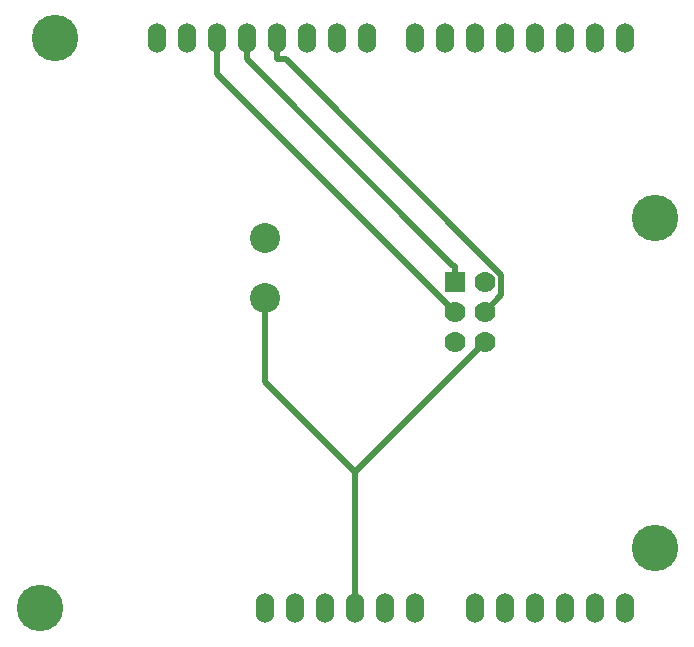
<source format=gbl>
%TF.GenerationSoftware,KiCad,Pcbnew,5.1.9*%
%TF.CreationDate,2021-02-19T12:46:16-05:00*%
%TF.ProjectId,prog_shield,70726f67-5f73-4686-9965-6c642e6b6963,rev?*%
%TF.SameCoordinates,Original*%
%TF.FileFunction,Copper,L2,Bot*%
%TF.FilePolarity,Positive*%
%FSLAX46Y46*%
G04 Gerber Fmt 4.6, Leading zero omitted, Abs format (unit mm)*
G04 Created by KiCad (PCBNEW 5.1.9) date 2021-02-19 12:46:16*
%MOMM*%
%LPD*%
G01*
G04 APERTURE LIST*
%TA.AperFunction,ComponentPad*%
%ADD10C,2.540000*%
%TD*%
%TA.AperFunction,ComponentPad*%
%ADD11O,1.524000X2.540000*%
%TD*%
%TA.AperFunction,ComponentPad*%
%ADD12C,3.937000*%
%TD*%
%TA.AperFunction,ComponentPad*%
%ADD13R,1.778000X1.778000*%
%TD*%
%TA.AperFunction,ComponentPad*%
%ADD14C,1.778000*%
%TD*%
%TA.AperFunction,Conductor*%
%ADD15C,0.508000*%
%TD*%
G04 APERTURE END LIST*
D10*
%TO.P,C1,1*%
%TO.N,/RST*%
X143850000Y-98790000D03*
%TO.P,C1,2*%
%TO.N,/GND*%
X143850000Y-103870000D03*
%TD*%
D11*
%TO.P,SHIELD1,AD5*%
%TO.N,N/C*%
X174308000Y-130175000D03*
%TO.P,SHIELD1,AD4*%
X171768000Y-130175000D03*
%TO.P,SHIELD1,AD3*%
X169228000Y-130175000D03*
%TO.P,SHIELD1,AD0*%
X161608000Y-130175000D03*
%TO.P,SHIELD1,AD1*%
X164148000Y-130175000D03*
%TO.P,SHIELD1,AD2*%
X166688000Y-130175000D03*
%TO.P,SHIELD1,V_IN*%
X156528000Y-130175000D03*
%TO.P,SHIELD1,GND2*%
%TO.N,/GND*%
X153988000Y-130175000D03*
%TO.P,SHIELD1,GND1*%
X151448000Y-130175000D03*
%TO.P,SHIELD1,3V3*%
%TO.N,N/C*%
X146368000Y-130175000D03*
%TO.P,SHIELD1,RST*%
X143828000Y-130175000D03*
%TO.P,SHIELD1,0*%
X174308000Y-81915000D03*
%TO.P,SHIELD1,1*%
X171768000Y-81915000D03*
%TO.P,SHIELD1,2*%
X169228000Y-81915000D03*
%TO.P,SHIELD1,3*%
X166688000Y-81915000D03*
%TO.P,SHIELD1,4*%
X164148000Y-81915000D03*
%TO.P,SHIELD1,5*%
X161608000Y-81915000D03*
%TO.P,SHIELD1,6*%
X159068000Y-81915000D03*
%TO.P,SHIELD1,7*%
X156528000Y-81915000D03*
%TO.P,SHIELD1,8*%
X152464000Y-81915000D03*
%TO.P,SHIELD1,9*%
X149924000Y-81915000D03*
%TO.P,SHIELD1,10*%
%TO.N,/RST*%
X147384000Y-81915000D03*
%TO.P,SHIELD1,11*%
%TO.N,/MOSI*%
X144844000Y-81915000D03*
%TO.P,SHIELD1,12*%
%TO.N,/MISO*%
X142304000Y-81915000D03*
%TO.P,SHIELD1,13*%
%TO.N,/SCK*%
X139764000Y-81915000D03*
%TO.P,SHIELD1,GND3*%
%TO.N,N/C*%
X137224000Y-81915000D03*
%TO.P,SHIELD1,AREF*%
X134684000Y-81915000D03*
%TO.P,SHIELD1,5V*%
%TO.N,/5V*%
X148908000Y-130175000D03*
D12*
%TO.P,SHIELD1,*%
%TO.N,*%
X176848000Y-125095000D03*
X176848000Y-97155000D03*
X126048000Y-81915000D03*
X124778000Y-130175000D03*
%TD*%
D13*
%TO.P,P1,1*%
%TO.N,/MISO*%
X159893000Y-102552000D03*
D14*
%TO.P,P1,2*%
%TO.N,/5V*%
X162433000Y-102552000D03*
%TO.P,P1,3*%
%TO.N,/SCK*%
X159893000Y-105092000D03*
%TO.P,P1,4*%
%TO.N,/MOSI*%
X162433000Y-105092000D03*
%TO.P,P1,5*%
%TO.N,/RST*%
X159893000Y-107632000D03*
%TO.P,P1,6*%
%TO.N,/GND*%
X162433000Y-107632000D03*
%TD*%
D15*
%TO.N,/GND*%
X162433000Y-107632000D02*
X151450000Y-118615000D01*
X151450000Y-130173000D02*
X151448000Y-130175000D01*
X151450000Y-118615000D02*
X151450000Y-130173000D01*
X143850000Y-111015000D02*
X151450000Y-118615000D01*
X143850000Y-103870000D02*
X143850000Y-111015000D01*
%TO.N,/MISO*%
X159765400Y-101154700D02*
X142304000Y-83693300D01*
X159893000Y-101154700D02*
X159765400Y-101154700D01*
X142304000Y-81915000D02*
X142304000Y-83693300D01*
X159893000Y-102552000D02*
X159893000Y-101154700D01*
%TO.N,/MOSI*%
X145605000Y-83693300D02*
X144844000Y-83693300D01*
X163842700Y-101931000D02*
X145605000Y-83693300D01*
X163842700Y-103682300D02*
X163842700Y-101931000D01*
X162433000Y-105092000D02*
X163842700Y-103682300D01*
X144844000Y-81915000D02*
X144844000Y-83693300D01*
%TO.N,/SCK*%
X139764000Y-84963000D02*
X139764000Y-81915000D01*
X159893000Y-105092000D02*
X139764000Y-84963000D01*
%TD*%
M02*

</source>
